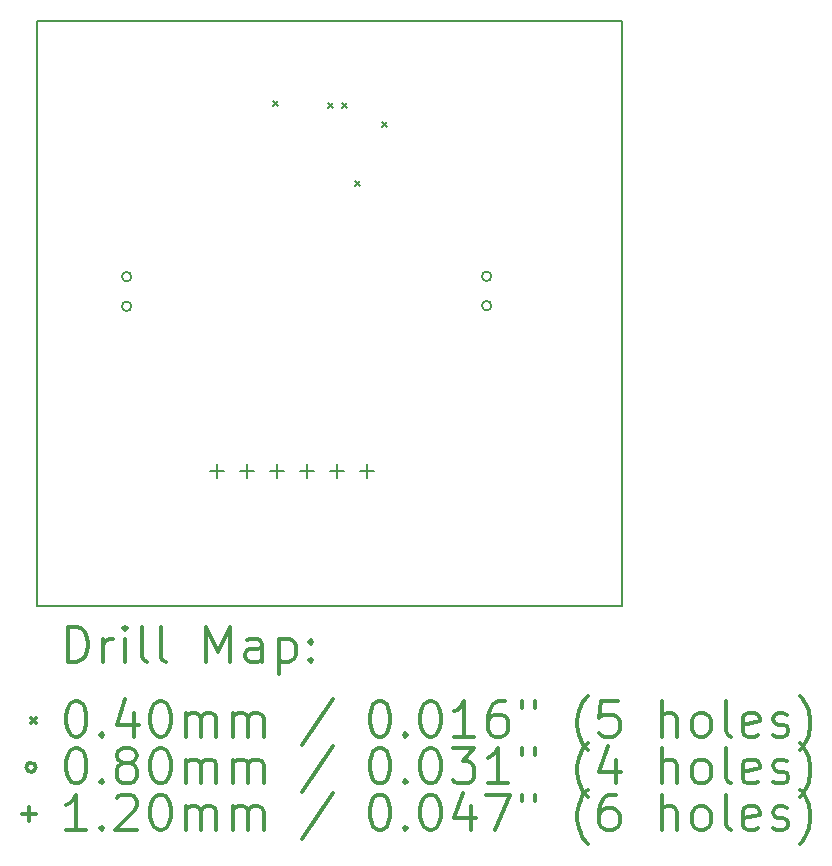
<source format=gbr>
%FSLAX45Y45*%
G04 Gerber Fmt 4.5, Leading zero omitted, Abs format (unit mm)*
G04 Created by KiCad (PCBNEW 4.0.6) date 07/19/17 18:29:10*
%MOMM*%
%LPD*%
G01*
G04 APERTURE LIST*
%ADD10C,0.127000*%
%ADD11C,0.150000*%
%ADD12C,0.200000*%
%ADD13C,0.300000*%
G04 APERTURE END LIST*
D10*
D11*
X17780000Y-13081000D02*
X12827000Y-13081000D01*
X12827000Y-8128000D02*
X17780000Y-8128000D01*
X12827000Y-8128000D02*
X12827000Y-13081000D01*
X12827000Y-10033000D02*
X12827000Y-8128000D01*
X17780000Y-8128000D02*
X17780000Y-13081000D01*
D12*
X14826300Y-8806500D02*
X14866300Y-8846500D01*
X14866300Y-8806500D02*
X14826300Y-8846500D01*
X15296200Y-8819200D02*
X15336200Y-8859200D01*
X15336200Y-8819200D02*
X15296200Y-8859200D01*
X15410500Y-8819200D02*
X15450500Y-8859200D01*
X15450500Y-8819200D02*
X15410500Y-8859200D01*
X15524800Y-9479600D02*
X15564800Y-9519600D01*
X15564800Y-9479600D02*
X15524800Y-9519600D01*
X15753400Y-8984300D02*
X15793400Y-9024300D01*
X15793400Y-8984300D02*
X15753400Y-9024300D01*
X13629000Y-10291000D02*
G75*
G03X13629000Y-10291000I-40000J0D01*
G01*
X13629000Y-10541000D02*
G75*
G03X13629000Y-10541000I-40000J0D01*
G01*
X16677000Y-10287000D02*
G75*
G03X16677000Y-10287000I-40000J0D01*
G01*
X16677000Y-10537000D02*
G75*
G03X16677000Y-10537000I-40000J0D01*
G01*
X14351000Y-11878000D02*
X14351000Y-11998000D01*
X14291000Y-11938000D02*
X14411000Y-11938000D01*
X14605000Y-11878000D02*
X14605000Y-11998000D01*
X14545000Y-11938000D02*
X14665000Y-11938000D01*
X14859000Y-11878000D02*
X14859000Y-11998000D01*
X14799000Y-11938000D02*
X14919000Y-11938000D01*
X15113000Y-11878000D02*
X15113000Y-11998000D01*
X15053000Y-11938000D02*
X15173000Y-11938000D01*
X15367000Y-11878000D02*
X15367000Y-11998000D01*
X15307000Y-11938000D02*
X15427000Y-11938000D01*
X15621000Y-11878000D02*
X15621000Y-11998000D01*
X15561000Y-11938000D02*
X15681000Y-11938000D01*
D13*
X13090928Y-13554214D02*
X13090928Y-13254214D01*
X13162357Y-13254214D01*
X13205214Y-13268500D01*
X13233786Y-13297071D01*
X13248071Y-13325643D01*
X13262357Y-13382786D01*
X13262357Y-13425643D01*
X13248071Y-13482786D01*
X13233786Y-13511357D01*
X13205214Y-13539929D01*
X13162357Y-13554214D01*
X13090928Y-13554214D01*
X13390928Y-13554214D02*
X13390928Y-13354214D01*
X13390928Y-13411357D02*
X13405214Y-13382786D01*
X13419500Y-13368500D01*
X13448071Y-13354214D01*
X13476643Y-13354214D01*
X13576643Y-13554214D02*
X13576643Y-13354214D01*
X13576643Y-13254214D02*
X13562357Y-13268500D01*
X13576643Y-13282786D01*
X13590928Y-13268500D01*
X13576643Y-13254214D01*
X13576643Y-13282786D01*
X13762357Y-13554214D02*
X13733786Y-13539929D01*
X13719500Y-13511357D01*
X13719500Y-13254214D01*
X13919500Y-13554214D02*
X13890928Y-13539929D01*
X13876643Y-13511357D01*
X13876643Y-13254214D01*
X14262357Y-13554214D02*
X14262357Y-13254214D01*
X14362357Y-13468500D01*
X14462357Y-13254214D01*
X14462357Y-13554214D01*
X14733786Y-13554214D02*
X14733786Y-13397071D01*
X14719500Y-13368500D01*
X14690928Y-13354214D01*
X14633786Y-13354214D01*
X14605214Y-13368500D01*
X14733786Y-13539929D02*
X14705214Y-13554214D01*
X14633786Y-13554214D01*
X14605214Y-13539929D01*
X14590928Y-13511357D01*
X14590928Y-13482786D01*
X14605214Y-13454214D01*
X14633786Y-13439929D01*
X14705214Y-13439929D01*
X14733786Y-13425643D01*
X14876643Y-13354214D02*
X14876643Y-13654214D01*
X14876643Y-13368500D02*
X14905214Y-13354214D01*
X14962357Y-13354214D01*
X14990928Y-13368500D01*
X15005214Y-13382786D01*
X15019500Y-13411357D01*
X15019500Y-13497071D01*
X15005214Y-13525643D01*
X14990928Y-13539929D01*
X14962357Y-13554214D01*
X14905214Y-13554214D01*
X14876643Y-13539929D01*
X15148071Y-13525643D02*
X15162357Y-13539929D01*
X15148071Y-13554214D01*
X15133786Y-13539929D01*
X15148071Y-13525643D01*
X15148071Y-13554214D01*
X15148071Y-13368500D02*
X15162357Y-13382786D01*
X15148071Y-13397071D01*
X15133786Y-13382786D01*
X15148071Y-13368500D01*
X15148071Y-13397071D01*
X12779500Y-14028500D02*
X12819500Y-14068500D01*
X12819500Y-14028500D02*
X12779500Y-14068500D01*
X13148071Y-13884214D02*
X13176643Y-13884214D01*
X13205214Y-13898500D01*
X13219500Y-13912786D01*
X13233786Y-13941357D01*
X13248071Y-13998500D01*
X13248071Y-14069929D01*
X13233786Y-14127071D01*
X13219500Y-14155643D01*
X13205214Y-14169929D01*
X13176643Y-14184214D01*
X13148071Y-14184214D01*
X13119500Y-14169929D01*
X13105214Y-14155643D01*
X13090928Y-14127071D01*
X13076643Y-14069929D01*
X13076643Y-13998500D01*
X13090928Y-13941357D01*
X13105214Y-13912786D01*
X13119500Y-13898500D01*
X13148071Y-13884214D01*
X13376643Y-14155643D02*
X13390928Y-14169929D01*
X13376643Y-14184214D01*
X13362357Y-14169929D01*
X13376643Y-14155643D01*
X13376643Y-14184214D01*
X13648071Y-13984214D02*
X13648071Y-14184214D01*
X13576643Y-13869929D02*
X13505214Y-14084214D01*
X13690928Y-14084214D01*
X13862357Y-13884214D02*
X13890928Y-13884214D01*
X13919500Y-13898500D01*
X13933786Y-13912786D01*
X13948071Y-13941357D01*
X13962357Y-13998500D01*
X13962357Y-14069929D01*
X13948071Y-14127071D01*
X13933786Y-14155643D01*
X13919500Y-14169929D01*
X13890928Y-14184214D01*
X13862357Y-14184214D01*
X13833786Y-14169929D01*
X13819500Y-14155643D01*
X13805214Y-14127071D01*
X13790928Y-14069929D01*
X13790928Y-13998500D01*
X13805214Y-13941357D01*
X13819500Y-13912786D01*
X13833786Y-13898500D01*
X13862357Y-13884214D01*
X14090928Y-14184214D02*
X14090928Y-13984214D01*
X14090928Y-14012786D02*
X14105214Y-13998500D01*
X14133786Y-13984214D01*
X14176643Y-13984214D01*
X14205214Y-13998500D01*
X14219500Y-14027071D01*
X14219500Y-14184214D01*
X14219500Y-14027071D02*
X14233786Y-13998500D01*
X14262357Y-13984214D01*
X14305214Y-13984214D01*
X14333786Y-13998500D01*
X14348071Y-14027071D01*
X14348071Y-14184214D01*
X14490928Y-14184214D02*
X14490928Y-13984214D01*
X14490928Y-14012786D02*
X14505214Y-13998500D01*
X14533786Y-13984214D01*
X14576643Y-13984214D01*
X14605214Y-13998500D01*
X14619500Y-14027071D01*
X14619500Y-14184214D01*
X14619500Y-14027071D02*
X14633786Y-13998500D01*
X14662357Y-13984214D01*
X14705214Y-13984214D01*
X14733786Y-13998500D01*
X14748071Y-14027071D01*
X14748071Y-14184214D01*
X15333786Y-13869929D02*
X15076643Y-14255643D01*
X15719500Y-13884214D02*
X15748071Y-13884214D01*
X15776643Y-13898500D01*
X15790928Y-13912786D01*
X15805214Y-13941357D01*
X15819500Y-13998500D01*
X15819500Y-14069929D01*
X15805214Y-14127071D01*
X15790928Y-14155643D01*
X15776643Y-14169929D01*
X15748071Y-14184214D01*
X15719500Y-14184214D01*
X15690928Y-14169929D01*
X15676643Y-14155643D01*
X15662357Y-14127071D01*
X15648071Y-14069929D01*
X15648071Y-13998500D01*
X15662357Y-13941357D01*
X15676643Y-13912786D01*
X15690928Y-13898500D01*
X15719500Y-13884214D01*
X15948071Y-14155643D02*
X15962357Y-14169929D01*
X15948071Y-14184214D01*
X15933786Y-14169929D01*
X15948071Y-14155643D01*
X15948071Y-14184214D01*
X16148071Y-13884214D02*
X16176643Y-13884214D01*
X16205214Y-13898500D01*
X16219500Y-13912786D01*
X16233785Y-13941357D01*
X16248071Y-13998500D01*
X16248071Y-14069929D01*
X16233785Y-14127071D01*
X16219500Y-14155643D01*
X16205214Y-14169929D01*
X16176643Y-14184214D01*
X16148071Y-14184214D01*
X16119500Y-14169929D01*
X16105214Y-14155643D01*
X16090928Y-14127071D01*
X16076643Y-14069929D01*
X16076643Y-13998500D01*
X16090928Y-13941357D01*
X16105214Y-13912786D01*
X16119500Y-13898500D01*
X16148071Y-13884214D01*
X16533785Y-14184214D02*
X16362357Y-14184214D01*
X16448071Y-14184214D02*
X16448071Y-13884214D01*
X16419500Y-13927071D01*
X16390928Y-13955643D01*
X16362357Y-13969929D01*
X16790928Y-13884214D02*
X16733785Y-13884214D01*
X16705214Y-13898500D01*
X16690928Y-13912786D01*
X16662357Y-13955643D01*
X16648071Y-14012786D01*
X16648071Y-14127071D01*
X16662357Y-14155643D01*
X16676643Y-14169929D01*
X16705214Y-14184214D01*
X16762357Y-14184214D01*
X16790928Y-14169929D01*
X16805214Y-14155643D01*
X16819500Y-14127071D01*
X16819500Y-14055643D01*
X16805214Y-14027071D01*
X16790928Y-14012786D01*
X16762357Y-13998500D01*
X16705214Y-13998500D01*
X16676643Y-14012786D01*
X16662357Y-14027071D01*
X16648071Y-14055643D01*
X16933786Y-13884214D02*
X16933786Y-13941357D01*
X17048071Y-13884214D02*
X17048071Y-13941357D01*
X17490928Y-14298500D02*
X17476643Y-14284214D01*
X17448071Y-14241357D01*
X17433786Y-14212786D01*
X17419500Y-14169929D01*
X17405214Y-14098500D01*
X17405214Y-14041357D01*
X17419500Y-13969929D01*
X17433786Y-13927071D01*
X17448071Y-13898500D01*
X17476643Y-13855643D01*
X17490928Y-13841357D01*
X17748071Y-13884214D02*
X17605214Y-13884214D01*
X17590928Y-14027071D01*
X17605214Y-14012786D01*
X17633786Y-13998500D01*
X17705214Y-13998500D01*
X17733786Y-14012786D01*
X17748071Y-14027071D01*
X17762357Y-14055643D01*
X17762357Y-14127071D01*
X17748071Y-14155643D01*
X17733786Y-14169929D01*
X17705214Y-14184214D01*
X17633786Y-14184214D01*
X17605214Y-14169929D01*
X17590928Y-14155643D01*
X18119500Y-14184214D02*
X18119500Y-13884214D01*
X18248071Y-14184214D02*
X18248071Y-14027071D01*
X18233786Y-13998500D01*
X18205214Y-13984214D01*
X18162357Y-13984214D01*
X18133786Y-13998500D01*
X18119500Y-14012786D01*
X18433786Y-14184214D02*
X18405214Y-14169929D01*
X18390928Y-14155643D01*
X18376643Y-14127071D01*
X18376643Y-14041357D01*
X18390928Y-14012786D01*
X18405214Y-13998500D01*
X18433786Y-13984214D01*
X18476643Y-13984214D01*
X18505214Y-13998500D01*
X18519500Y-14012786D01*
X18533786Y-14041357D01*
X18533786Y-14127071D01*
X18519500Y-14155643D01*
X18505214Y-14169929D01*
X18476643Y-14184214D01*
X18433786Y-14184214D01*
X18705214Y-14184214D02*
X18676643Y-14169929D01*
X18662357Y-14141357D01*
X18662357Y-13884214D01*
X18933786Y-14169929D02*
X18905214Y-14184214D01*
X18848071Y-14184214D01*
X18819500Y-14169929D01*
X18805214Y-14141357D01*
X18805214Y-14027071D01*
X18819500Y-13998500D01*
X18848071Y-13984214D01*
X18905214Y-13984214D01*
X18933786Y-13998500D01*
X18948071Y-14027071D01*
X18948071Y-14055643D01*
X18805214Y-14084214D01*
X19062357Y-14169929D02*
X19090929Y-14184214D01*
X19148071Y-14184214D01*
X19176643Y-14169929D01*
X19190929Y-14141357D01*
X19190929Y-14127071D01*
X19176643Y-14098500D01*
X19148071Y-14084214D01*
X19105214Y-14084214D01*
X19076643Y-14069929D01*
X19062357Y-14041357D01*
X19062357Y-14027071D01*
X19076643Y-13998500D01*
X19105214Y-13984214D01*
X19148071Y-13984214D01*
X19176643Y-13998500D01*
X19290928Y-14298500D02*
X19305214Y-14284214D01*
X19333786Y-14241357D01*
X19348071Y-14212786D01*
X19362357Y-14169929D01*
X19376643Y-14098500D01*
X19376643Y-14041357D01*
X19362357Y-13969929D01*
X19348071Y-13927071D01*
X19333786Y-13898500D01*
X19305214Y-13855643D01*
X19290928Y-13841357D01*
X12819500Y-14444500D02*
G75*
G03X12819500Y-14444500I-40000J0D01*
G01*
X13148071Y-14280214D02*
X13176643Y-14280214D01*
X13205214Y-14294500D01*
X13219500Y-14308786D01*
X13233786Y-14337357D01*
X13248071Y-14394500D01*
X13248071Y-14465929D01*
X13233786Y-14523071D01*
X13219500Y-14551643D01*
X13205214Y-14565929D01*
X13176643Y-14580214D01*
X13148071Y-14580214D01*
X13119500Y-14565929D01*
X13105214Y-14551643D01*
X13090928Y-14523071D01*
X13076643Y-14465929D01*
X13076643Y-14394500D01*
X13090928Y-14337357D01*
X13105214Y-14308786D01*
X13119500Y-14294500D01*
X13148071Y-14280214D01*
X13376643Y-14551643D02*
X13390928Y-14565929D01*
X13376643Y-14580214D01*
X13362357Y-14565929D01*
X13376643Y-14551643D01*
X13376643Y-14580214D01*
X13562357Y-14408786D02*
X13533786Y-14394500D01*
X13519500Y-14380214D01*
X13505214Y-14351643D01*
X13505214Y-14337357D01*
X13519500Y-14308786D01*
X13533786Y-14294500D01*
X13562357Y-14280214D01*
X13619500Y-14280214D01*
X13648071Y-14294500D01*
X13662357Y-14308786D01*
X13676643Y-14337357D01*
X13676643Y-14351643D01*
X13662357Y-14380214D01*
X13648071Y-14394500D01*
X13619500Y-14408786D01*
X13562357Y-14408786D01*
X13533786Y-14423071D01*
X13519500Y-14437357D01*
X13505214Y-14465929D01*
X13505214Y-14523071D01*
X13519500Y-14551643D01*
X13533786Y-14565929D01*
X13562357Y-14580214D01*
X13619500Y-14580214D01*
X13648071Y-14565929D01*
X13662357Y-14551643D01*
X13676643Y-14523071D01*
X13676643Y-14465929D01*
X13662357Y-14437357D01*
X13648071Y-14423071D01*
X13619500Y-14408786D01*
X13862357Y-14280214D02*
X13890928Y-14280214D01*
X13919500Y-14294500D01*
X13933786Y-14308786D01*
X13948071Y-14337357D01*
X13962357Y-14394500D01*
X13962357Y-14465929D01*
X13948071Y-14523071D01*
X13933786Y-14551643D01*
X13919500Y-14565929D01*
X13890928Y-14580214D01*
X13862357Y-14580214D01*
X13833786Y-14565929D01*
X13819500Y-14551643D01*
X13805214Y-14523071D01*
X13790928Y-14465929D01*
X13790928Y-14394500D01*
X13805214Y-14337357D01*
X13819500Y-14308786D01*
X13833786Y-14294500D01*
X13862357Y-14280214D01*
X14090928Y-14580214D02*
X14090928Y-14380214D01*
X14090928Y-14408786D02*
X14105214Y-14394500D01*
X14133786Y-14380214D01*
X14176643Y-14380214D01*
X14205214Y-14394500D01*
X14219500Y-14423071D01*
X14219500Y-14580214D01*
X14219500Y-14423071D02*
X14233786Y-14394500D01*
X14262357Y-14380214D01*
X14305214Y-14380214D01*
X14333786Y-14394500D01*
X14348071Y-14423071D01*
X14348071Y-14580214D01*
X14490928Y-14580214D02*
X14490928Y-14380214D01*
X14490928Y-14408786D02*
X14505214Y-14394500D01*
X14533786Y-14380214D01*
X14576643Y-14380214D01*
X14605214Y-14394500D01*
X14619500Y-14423071D01*
X14619500Y-14580214D01*
X14619500Y-14423071D02*
X14633786Y-14394500D01*
X14662357Y-14380214D01*
X14705214Y-14380214D01*
X14733786Y-14394500D01*
X14748071Y-14423071D01*
X14748071Y-14580214D01*
X15333786Y-14265929D02*
X15076643Y-14651643D01*
X15719500Y-14280214D02*
X15748071Y-14280214D01*
X15776643Y-14294500D01*
X15790928Y-14308786D01*
X15805214Y-14337357D01*
X15819500Y-14394500D01*
X15819500Y-14465929D01*
X15805214Y-14523071D01*
X15790928Y-14551643D01*
X15776643Y-14565929D01*
X15748071Y-14580214D01*
X15719500Y-14580214D01*
X15690928Y-14565929D01*
X15676643Y-14551643D01*
X15662357Y-14523071D01*
X15648071Y-14465929D01*
X15648071Y-14394500D01*
X15662357Y-14337357D01*
X15676643Y-14308786D01*
X15690928Y-14294500D01*
X15719500Y-14280214D01*
X15948071Y-14551643D02*
X15962357Y-14565929D01*
X15948071Y-14580214D01*
X15933786Y-14565929D01*
X15948071Y-14551643D01*
X15948071Y-14580214D01*
X16148071Y-14280214D02*
X16176643Y-14280214D01*
X16205214Y-14294500D01*
X16219500Y-14308786D01*
X16233785Y-14337357D01*
X16248071Y-14394500D01*
X16248071Y-14465929D01*
X16233785Y-14523071D01*
X16219500Y-14551643D01*
X16205214Y-14565929D01*
X16176643Y-14580214D01*
X16148071Y-14580214D01*
X16119500Y-14565929D01*
X16105214Y-14551643D01*
X16090928Y-14523071D01*
X16076643Y-14465929D01*
X16076643Y-14394500D01*
X16090928Y-14337357D01*
X16105214Y-14308786D01*
X16119500Y-14294500D01*
X16148071Y-14280214D01*
X16348071Y-14280214D02*
X16533785Y-14280214D01*
X16433785Y-14394500D01*
X16476643Y-14394500D01*
X16505214Y-14408786D01*
X16519500Y-14423071D01*
X16533785Y-14451643D01*
X16533785Y-14523071D01*
X16519500Y-14551643D01*
X16505214Y-14565929D01*
X16476643Y-14580214D01*
X16390928Y-14580214D01*
X16362357Y-14565929D01*
X16348071Y-14551643D01*
X16819500Y-14580214D02*
X16648071Y-14580214D01*
X16733785Y-14580214D02*
X16733785Y-14280214D01*
X16705214Y-14323071D01*
X16676643Y-14351643D01*
X16648071Y-14365929D01*
X16933786Y-14280214D02*
X16933786Y-14337357D01*
X17048071Y-14280214D02*
X17048071Y-14337357D01*
X17490928Y-14694500D02*
X17476643Y-14680214D01*
X17448071Y-14637357D01*
X17433786Y-14608786D01*
X17419500Y-14565929D01*
X17405214Y-14494500D01*
X17405214Y-14437357D01*
X17419500Y-14365929D01*
X17433786Y-14323071D01*
X17448071Y-14294500D01*
X17476643Y-14251643D01*
X17490928Y-14237357D01*
X17733786Y-14380214D02*
X17733786Y-14580214D01*
X17662357Y-14265929D02*
X17590928Y-14480214D01*
X17776643Y-14480214D01*
X18119500Y-14580214D02*
X18119500Y-14280214D01*
X18248071Y-14580214D02*
X18248071Y-14423071D01*
X18233786Y-14394500D01*
X18205214Y-14380214D01*
X18162357Y-14380214D01*
X18133786Y-14394500D01*
X18119500Y-14408786D01*
X18433786Y-14580214D02*
X18405214Y-14565929D01*
X18390928Y-14551643D01*
X18376643Y-14523071D01*
X18376643Y-14437357D01*
X18390928Y-14408786D01*
X18405214Y-14394500D01*
X18433786Y-14380214D01*
X18476643Y-14380214D01*
X18505214Y-14394500D01*
X18519500Y-14408786D01*
X18533786Y-14437357D01*
X18533786Y-14523071D01*
X18519500Y-14551643D01*
X18505214Y-14565929D01*
X18476643Y-14580214D01*
X18433786Y-14580214D01*
X18705214Y-14580214D02*
X18676643Y-14565929D01*
X18662357Y-14537357D01*
X18662357Y-14280214D01*
X18933786Y-14565929D02*
X18905214Y-14580214D01*
X18848071Y-14580214D01*
X18819500Y-14565929D01*
X18805214Y-14537357D01*
X18805214Y-14423071D01*
X18819500Y-14394500D01*
X18848071Y-14380214D01*
X18905214Y-14380214D01*
X18933786Y-14394500D01*
X18948071Y-14423071D01*
X18948071Y-14451643D01*
X18805214Y-14480214D01*
X19062357Y-14565929D02*
X19090929Y-14580214D01*
X19148071Y-14580214D01*
X19176643Y-14565929D01*
X19190929Y-14537357D01*
X19190929Y-14523071D01*
X19176643Y-14494500D01*
X19148071Y-14480214D01*
X19105214Y-14480214D01*
X19076643Y-14465929D01*
X19062357Y-14437357D01*
X19062357Y-14423071D01*
X19076643Y-14394500D01*
X19105214Y-14380214D01*
X19148071Y-14380214D01*
X19176643Y-14394500D01*
X19290928Y-14694500D02*
X19305214Y-14680214D01*
X19333786Y-14637357D01*
X19348071Y-14608786D01*
X19362357Y-14565929D01*
X19376643Y-14494500D01*
X19376643Y-14437357D01*
X19362357Y-14365929D01*
X19348071Y-14323071D01*
X19333786Y-14294500D01*
X19305214Y-14251643D01*
X19290928Y-14237357D01*
X12759500Y-14780500D02*
X12759500Y-14900500D01*
X12699500Y-14840500D02*
X12819500Y-14840500D01*
X13248071Y-14976214D02*
X13076643Y-14976214D01*
X13162357Y-14976214D02*
X13162357Y-14676214D01*
X13133786Y-14719071D01*
X13105214Y-14747643D01*
X13076643Y-14761929D01*
X13376643Y-14947643D02*
X13390928Y-14961929D01*
X13376643Y-14976214D01*
X13362357Y-14961929D01*
X13376643Y-14947643D01*
X13376643Y-14976214D01*
X13505214Y-14704786D02*
X13519500Y-14690500D01*
X13548071Y-14676214D01*
X13619500Y-14676214D01*
X13648071Y-14690500D01*
X13662357Y-14704786D01*
X13676643Y-14733357D01*
X13676643Y-14761929D01*
X13662357Y-14804786D01*
X13490928Y-14976214D01*
X13676643Y-14976214D01*
X13862357Y-14676214D02*
X13890928Y-14676214D01*
X13919500Y-14690500D01*
X13933786Y-14704786D01*
X13948071Y-14733357D01*
X13962357Y-14790500D01*
X13962357Y-14861929D01*
X13948071Y-14919071D01*
X13933786Y-14947643D01*
X13919500Y-14961929D01*
X13890928Y-14976214D01*
X13862357Y-14976214D01*
X13833786Y-14961929D01*
X13819500Y-14947643D01*
X13805214Y-14919071D01*
X13790928Y-14861929D01*
X13790928Y-14790500D01*
X13805214Y-14733357D01*
X13819500Y-14704786D01*
X13833786Y-14690500D01*
X13862357Y-14676214D01*
X14090928Y-14976214D02*
X14090928Y-14776214D01*
X14090928Y-14804786D02*
X14105214Y-14790500D01*
X14133786Y-14776214D01*
X14176643Y-14776214D01*
X14205214Y-14790500D01*
X14219500Y-14819071D01*
X14219500Y-14976214D01*
X14219500Y-14819071D02*
X14233786Y-14790500D01*
X14262357Y-14776214D01*
X14305214Y-14776214D01*
X14333786Y-14790500D01*
X14348071Y-14819071D01*
X14348071Y-14976214D01*
X14490928Y-14976214D02*
X14490928Y-14776214D01*
X14490928Y-14804786D02*
X14505214Y-14790500D01*
X14533786Y-14776214D01*
X14576643Y-14776214D01*
X14605214Y-14790500D01*
X14619500Y-14819071D01*
X14619500Y-14976214D01*
X14619500Y-14819071D02*
X14633786Y-14790500D01*
X14662357Y-14776214D01*
X14705214Y-14776214D01*
X14733786Y-14790500D01*
X14748071Y-14819071D01*
X14748071Y-14976214D01*
X15333786Y-14661929D02*
X15076643Y-15047643D01*
X15719500Y-14676214D02*
X15748071Y-14676214D01*
X15776643Y-14690500D01*
X15790928Y-14704786D01*
X15805214Y-14733357D01*
X15819500Y-14790500D01*
X15819500Y-14861929D01*
X15805214Y-14919071D01*
X15790928Y-14947643D01*
X15776643Y-14961929D01*
X15748071Y-14976214D01*
X15719500Y-14976214D01*
X15690928Y-14961929D01*
X15676643Y-14947643D01*
X15662357Y-14919071D01*
X15648071Y-14861929D01*
X15648071Y-14790500D01*
X15662357Y-14733357D01*
X15676643Y-14704786D01*
X15690928Y-14690500D01*
X15719500Y-14676214D01*
X15948071Y-14947643D02*
X15962357Y-14961929D01*
X15948071Y-14976214D01*
X15933786Y-14961929D01*
X15948071Y-14947643D01*
X15948071Y-14976214D01*
X16148071Y-14676214D02*
X16176643Y-14676214D01*
X16205214Y-14690500D01*
X16219500Y-14704786D01*
X16233785Y-14733357D01*
X16248071Y-14790500D01*
X16248071Y-14861929D01*
X16233785Y-14919071D01*
X16219500Y-14947643D01*
X16205214Y-14961929D01*
X16176643Y-14976214D01*
X16148071Y-14976214D01*
X16119500Y-14961929D01*
X16105214Y-14947643D01*
X16090928Y-14919071D01*
X16076643Y-14861929D01*
X16076643Y-14790500D01*
X16090928Y-14733357D01*
X16105214Y-14704786D01*
X16119500Y-14690500D01*
X16148071Y-14676214D01*
X16505214Y-14776214D02*
X16505214Y-14976214D01*
X16433785Y-14661929D02*
X16362357Y-14876214D01*
X16548071Y-14876214D01*
X16633785Y-14676214D02*
X16833786Y-14676214D01*
X16705214Y-14976214D01*
X16933786Y-14676214D02*
X16933786Y-14733357D01*
X17048071Y-14676214D02*
X17048071Y-14733357D01*
X17490928Y-15090500D02*
X17476643Y-15076214D01*
X17448071Y-15033357D01*
X17433786Y-15004786D01*
X17419500Y-14961929D01*
X17405214Y-14890500D01*
X17405214Y-14833357D01*
X17419500Y-14761929D01*
X17433786Y-14719071D01*
X17448071Y-14690500D01*
X17476643Y-14647643D01*
X17490928Y-14633357D01*
X17733786Y-14676214D02*
X17676643Y-14676214D01*
X17648071Y-14690500D01*
X17633786Y-14704786D01*
X17605214Y-14747643D01*
X17590928Y-14804786D01*
X17590928Y-14919071D01*
X17605214Y-14947643D01*
X17619500Y-14961929D01*
X17648071Y-14976214D01*
X17705214Y-14976214D01*
X17733786Y-14961929D01*
X17748071Y-14947643D01*
X17762357Y-14919071D01*
X17762357Y-14847643D01*
X17748071Y-14819071D01*
X17733786Y-14804786D01*
X17705214Y-14790500D01*
X17648071Y-14790500D01*
X17619500Y-14804786D01*
X17605214Y-14819071D01*
X17590928Y-14847643D01*
X18119500Y-14976214D02*
X18119500Y-14676214D01*
X18248071Y-14976214D02*
X18248071Y-14819071D01*
X18233786Y-14790500D01*
X18205214Y-14776214D01*
X18162357Y-14776214D01*
X18133786Y-14790500D01*
X18119500Y-14804786D01*
X18433786Y-14976214D02*
X18405214Y-14961929D01*
X18390928Y-14947643D01*
X18376643Y-14919071D01*
X18376643Y-14833357D01*
X18390928Y-14804786D01*
X18405214Y-14790500D01*
X18433786Y-14776214D01*
X18476643Y-14776214D01*
X18505214Y-14790500D01*
X18519500Y-14804786D01*
X18533786Y-14833357D01*
X18533786Y-14919071D01*
X18519500Y-14947643D01*
X18505214Y-14961929D01*
X18476643Y-14976214D01*
X18433786Y-14976214D01*
X18705214Y-14976214D02*
X18676643Y-14961929D01*
X18662357Y-14933357D01*
X18662357Y-14676214D01*
X18933786Y-14961929D02*
X18905214Y-14976214D01*
X18848071Y-14976214D01*
X18819500Y-14961929D01*
X18805214Y-14933357D01*
X18805214Y-14819071D01*
X18819500Y-14790500D01*
X18848071Y-14776214D01*
X18905214Y-14776214D01*
X18933786Y-14790500D01*
X18948071Y-14819071D01*
X18948071Y-14847643D01*
X18805214Y-14876214D01*
X19062357Y-14961929D02*
X19090929Y-14976214D01*
X19148071Y-14976214D01*
X19176643Y-14961929D01*
X19190929Y-14933357D01*
X19190929Y-14919071D01*
X19176643Y-14890500D01*
X19148071Y-14876214D01*
X19105214Y-14876214D01*
X19076643Y-14861929D01*
X19062357Y-14833357D01*
X19062357Y-14819071D01*
X19076643Y-14790500D01*
X19105214Y-14776214D01*
X19148071Y-14776214D01*
X19176643Y-14790500D01*
X19290928Y-15090500D02*
X19305214Y-15076214D01*
X19333786Y-15033357D01*
X19348071Y-15004786D01*
X19362357Y-14961929D01*
X19376643Y-14890500D01*
X19376643Y-14833357D01*
X19362357Y-14761929D01*
X19348071Y-14719071D01*
X19333786Y-14690500D01*
X19305214Y-14647643D01*
X19290928Y-14633357D01*
M02*

</source>
